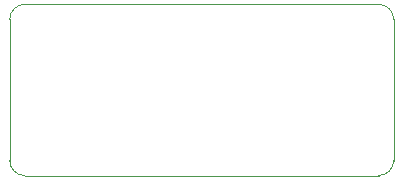
<source format=gbr>
%TF.GenerationSoftware,Altium Limited,Altium Designer,25.8.1 (18)*%
G04 Layer_Color=0*
%FSLAX45Y45*%
%MOMM*%
%TF.SameCoordinates,2FF33906-8C3F-4A98-91CA-6D6761CCC680*%
%TF.FilePolarity,Positive*%
%TF.FileFunction,Profile,NP*%
%TF.Part,Single*%
G01*
G75*
%TA.AperFunction,Profile*%
%ADD25C,0.02540*%
D25*
X9550000Y5977000D02*
G03*
X9677000Y5850000I127000J0D01*
G01*
X12673000D01*
D02*
G03*
X12800000Y5977000I0J127000D01*
G01*
Y7173000D01*
D02*
G03*
X12673000Y7300000I-127000J0D01*
G01*
X9677000D01*
D02*
G03*
X9550000Y7173000I0J-127000D01*
G01*
Y5977000D01*
%TF.MD5,5b5410fc9ab4e5db0e796fd57c35cbda*%
M02*

</source>
